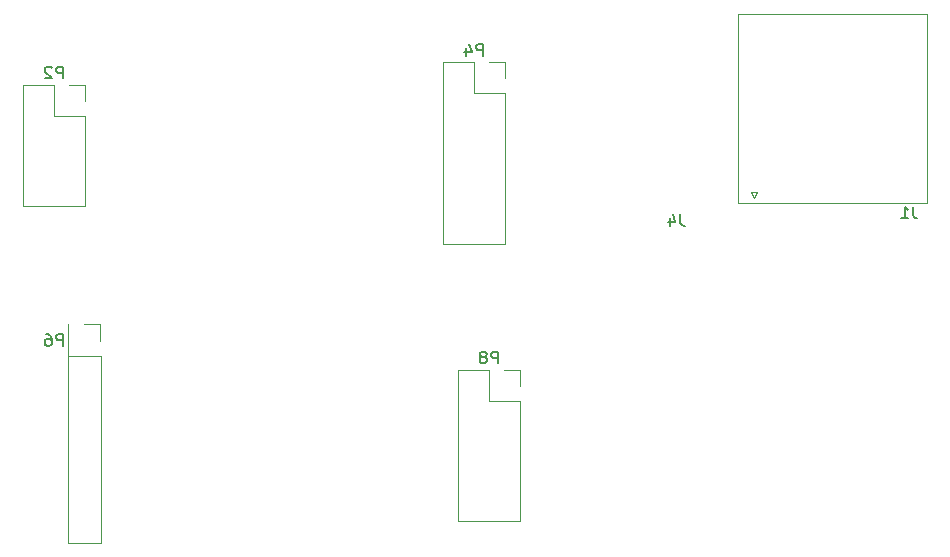
<source format=gbr>
G04 #@! TF.GenerationSoftware,KiCad,Pcbnew,(5.1.5)-3*
G04 #@! TF.CreationDate,2021-05-15T17:54:47+02:00*
G04 #@! TF.ProjectId,Adaptateurs_NiveauxSPI,41646170-7461-4746-9575-72735f4e6976,rev?*
G04 #@! TF.SameCoordinates,Original*
G04 #@! TF.FileFunction,Legend,Bot*
G04 #@! TF.FilePolarity,Positive*
%FSLAX46Y46*%
G04 Gerber Fmt 4.6, Leading zero omitted, Abs format (unit mm)*
G04 Created by KiCad (PCBNEW (5.1.5)-3) date 2021-05-15 17:54:47*
%MOMM*%
%LPD*%
G04 APERTURE LIST*
%ADD10C,0.120000*%
%ADD11C,0.100000*%
%ADD12C,0.150000*%
G04 APERTURE END LIST*
D10*
X135950000Y-70425000D02*
X134620000Y-70425000D01*
X135950000Y-71755000D02*
X135950000Y-70425000D01*
X133350000Y-70425000D02*
X130750000Y-70425000D01*
X133350000Y-73025000D02*
X133350000Y-70425000D01*
X135950000Y-73025000D02*
X133350000Y-73025000D01*
X130750000Y-70425000D02*
X130750000Y-80705000D01*
X135950000Y-73025000D02*
X135950000Y-80705000D01*
X135950000Y-80705000D02*
X130750000Y-80705000D01*
X171510000Y-83880000D02*
X166310000Y-83880000D01*
X171510000Y-71120000D02*
X171510000Y-83880000D01*
X166310000Y-68520000D02*
X166310000Y-83880000D01*
X171510000Y-71120000D02*
X168910000Y-71120000D01*
X168910000Y-71120000D02*
X168910000Y-68520000D01*
X168910000Y-68520000D02*
X166310000Y-68520000D01*
X171510000Y-69850000D02*
X171510000Y-68520000D01*
X171510000Y-68520000D02*
X170180000Y-68520000D01*
D11*
X137287000Y-109220000D02*
X137287000Y-93345000D01*
X134493000Y-109220000D02*
X134493000Y-90678000D01*
X137287000Y-109220000D02*
X134493000Y-109220000D01*
D10*
X134500000Y-93345000D02*
X137280000Y-93345000D01*
X137280000Y-92075000D02*
X137280000Y-90685000D01*
X137280000Y-90685000D02*
X135890000Y-90685000D01*
X172780000Y-107375000D02*
X167580000Y-107375000D01*
X172780000Y-97155000D02*
X172780000Y-107375000D01*
X167580000Y-94555000D02*
X167580000Y-107375000D01*
X172780000Y-97155000D02*
X170180000Y-97155000D01*
X170180000Y-97155000D02*
X170180000Y-94555000D01*
X170180000Y-94555000D02*
X167580000Y-94555000D01*
X172780000Y-95885000D02*
X172780000Y-94555000D01*
X172780000Y-94555000D02*
X171450000Y-94555000D01*
X191280000Y-80405000D02*
X207280000Y-80405000D01*
X191280000Y-64405000D02*
X191280000Y-80405000D01*
X207280000Y-64405000D02*
X207280000Y-80405000D01*
X207280000Y-64405000D02*
X191280000Y-64405000D01*
X192600000Y-79975000D02*
X192350000Y-79475000D01*
X192350000Y-79475000D02*
X192850000Y-79475000D01*
X192850000Y-79475000D02*
X192600000Y-79975000D01*
D12*
X134088095Y-69877380D02*
X134088095Y-68877380D01*
X133707142Y-68877380D01*
X133611904Y-68925000D01*
X133564285Y-68972619D01*
X133516666Y-69067857D01*
X133516666Y-69210714D01*
X133564285Y-69305952D01*
X133611904Y-69353571D01*
X133707142Y-69401190D01*
X134088095Y-69401190D01*
X133135714Y-68972619D02*
X133088095Y-68925000D01*
X132992857Y-68877380D01*
X132754761Y-68877380D01*
X132659523Y-68925000D01*
X132611904Y-68972619D01*
X132564285Y-69067857D01*
X132564285Y-69163095D01*
X132611904Y-69305952D01*
X133183333Y-69877380D01*
X132564285Y-69877380D01*
X169648095Y-67972380D02*
X169648095Y-66972380D01*
X169267142Y-66972380D01*
X169171904Y-67020000D01*
X169124285Y-67067619D01*
X169076666Y-67162857D01*
X169076666Y-67305714D01*
X169124285Y-67400952D01*
X169171904Y-67448571D01*
X169267142Y-67496190D01*
X169648095Y-67496190D01*
X168219523Y-67305714D02*
X168219523Y-67972380D01*
X168457619Y-66924761D02*
X168695714Y-67639047D01*
X168076666Y-67639047D01*
X134088095Y-92527380D02*
X134088095Y-91527380D01*
X133707142Y-91527380D01*
X133611904Y-91575000D01*
X133564285Y-91622619D01*
X133516666Y-91717857D01*
X133516666Y-91860714D01*
X133564285Y-91955952D01*
X133611904Y-92003571D01*
X133707142Y-92051190D01*
X134088095Y-92051190D01*
X132659523Y-91527380D02*
X132850000Y-91527380D01*
X132945238Y-91575000D01*
X132992857Y-91622619D01*
X133088095Y-91765476D01*
X133135714Y-91955952D01*
X133135714Y-92336904D01*
X133088095Y-92432142D01*
X133040476Y-92479761D01*
X132945238Y-92527380D01*
X132754761Y-92527380D01*
X132659523Y-92479761D01*
X132611904Y-92432142D01*
X132564285Y-92336904D01*
X132564285Y-92098809D01*
X132611904Y-92003571D01*
X132659523Y-91955952D01*
X132754761Y-91908333D01*
X132945238Y-91908333D01*
X133040476Y-91955952D01*
X133088095Y-92003571D01*
X133135714Y-92098809D01*
X170918095Y-94007380D02*
X170918095Y-93007380D01*
X170537142Y-93007380D01*
X170441904Y-93055000D01*
X170394285Y-93102619D01*
X170346666Y-93197857D01*
X170346666Y-93340714D01*
X170394285Y-93435952D01*
X170441904Y-93483571D01*
X170537142Y-93531190D01*
X170918095Y-93531190D01*
X169775238Y-93435952D02*
X169870476Y-93388333D01*
X169918095Y-93340714D01*
X169965714Y-93245476D01*
X169965714Y-93197857D01*
X169918095Y-93102619D01*
X169870476Y-93055000D01*
X169775238Y-93007380D01*
X169584761Y-93007380D01*
X169489523Y-93055000D01*
X169441904Y-93102619D01*
X169394285Y-93197857D01*
X169394285Y-93245476D01*
X169441904Y-93340714D01*
X169489523Y-93388333D01*
X169584761Y-93435952D01*
X169775238Y-93435952D01*
X169870476Y-93483571D01*
X169918095Y-93531190D01*
X169965714Y-93626428D01*
X169965714Y-93816904D01*
X169918095Y-93912142D01*
X169870476Y-93959761D01*
X169775238Y-94007380D01*
X169584761Y-94007380D01*
X169489523Y-93959761D01*
X169441904Y-93912142D01*
X169394285Y-93816904D01*
X169394285Y-93626428D01*
X169441904Y-93531190D01*
X169489523Y-93483571D01*
X169584761Y-93435952D01*
X206073333Y-80732380D02*
X206073333Y-81446666D01*
X206120952Y-81589523D01*
X206216190Y-81684761D01*
X206359047Y-81732380D01*
X206454285Y-81732380D01*
X205073333Y-81732380D02*
X205644761Y-81732380D01*
X205359047Y-81732380D02*
X205359047Y-80732380D01*
X205454285Y-80875238D01*
X205549523Y-80970476D01*
X205644761Y-81018095D01*
X186388333Y-81367380D02*
X186388333Y-82081666D01*
X186435952Y-82224523D01*
X186531190Y-82319761D01*
X186674047Y-82367380D01*
X186769285Y-82367380D01*
X185483571Y-81700714D02*
X185483571Y-82367380D01*
X185721666Y-81319761D02*
X185959761Y-82034047D01*
X185340714Y-82034047D01*
M02*

</source>
